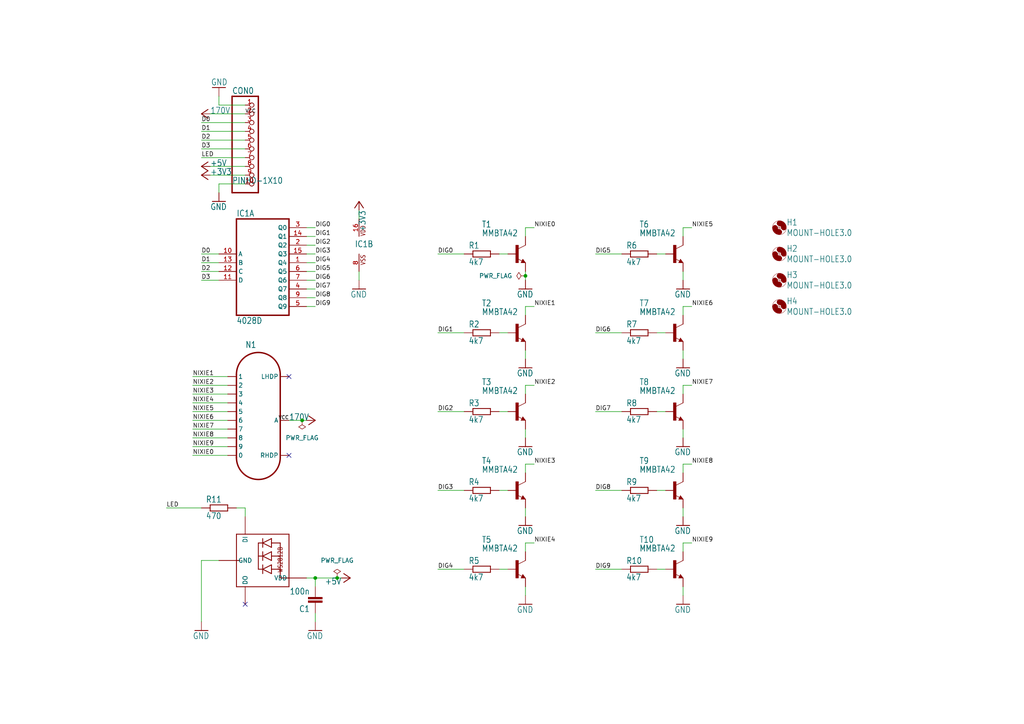
<source format=kicad_sch>
(kicad_sch (version 20231120) (generator "eeschema") (generator_version "8.0")
  (paper "A4")
  (lib_symbols
    (symbol "displayBoard-eagle-import:+3V3" (power)
      (symbol "+3V3_1_0"
        (polyline (pts (xy 0 0) (xy -1.27 -1.905)) (stroke (width 0.254)))
        (polyline (pts (xy 1.27 -1.905) (xy 0 0)) (stroke (width 0.254)))
        (pin power_in line (at 0 -2.54 90) (length 2.54) (name "+3V3") (number "1"))
      )
    )
    (symbol "displayBoard-eagle-import:+5V" (power)
      (symbol "+5V_1_0"
        (polyline (pts (xy 0 0) (xy -1.27 -1.905)) (stroke (width 0.254)))
        (polyline (pts (xy 1.27 -1.905) (xy 0 0)) (stroke (width 0.254)))
        (pin power_in line (at 0 -2.54 90) (length 2.54) (name "+5V") (number "1"))
      )
    )
    (symbol "displayBoard-eagle-import:-NPN-SOT23-BEC"
      (property "Reference" "T" (at -10.16 7.62 0))
      (symbol "-NPN-SOT23-BEC_1_0"
        (rectangle (start -0.254 -2.54) (end 0.508 2.54) (fill (type outline)))
        (polyline (pts (xy 1.27 -2.54) (xy 1.778 -1.524)) (stroke (width 0.1524)))
        (polyline (pts (xy 1.524 -2.413) (xy 2.286 -2.413)) (stroke (width 0.254)))
        (polyline (pts (xy 1.524 -2.286) (xy 1.905 -2.286)) (stroke (width 0.254)))
        (polyline (pts (xy 1.54 -2.04) (xy 0.308 -1.424)) (stroke (width 0.1524)))
        (polyline (pts (xy 1.778 -1.778) (xy 1.524 -2.286)) (stroke (width 0.254)))
        (polyline (pts (xy 1.778 -1.524) (xy 2.54 -2.54)) (stroke (width 0.1524)))
        (polyline (pts (xy 1.905 -2.286) (xy 1.778 -2.032)) (stroke (width 0.254)))
        (polyline (pts (xy 2.286 -2.413) (xy 1.778 -1.778)) (stroke (width 0.254)))
        (polyline (pts (xy 2.54 -2.54) (xy 1.27 -2.54)) (stroke (width 0.1524)))
        (polyline (pts (xy 2.54 2.54) (xy 0.508 1.524)) (stroke (width 0.1524)))
        (pin passive line (at -2.54 0 0) (length 2.54) (name "B") (number "B"))
        (pin passive line (at 2.54 5.08 270) (length 2.54) (name "C") (number "C"))
        (pin passive line (at 2.54 -5.08 90) (length 2.54) (name "E") (number "E"))
      )
    )
    (symbol "displayBoard-eagle-import:4028D"
      (property "Reference" "IC" (at -1.27 -0.635 0))
      (symbol "4028D_1_0"
        (polyline (pts (xy -7.62 -15.24) (xy 7.62 -15.24)) (stroke (width 0.4064)))
        (polyline (pts (xy -7.62 12.7) (xy -7.62 -15.24)) (stroke (width 0.4064)))
        (polyline (pts (xy 7.62 -15.24) (xy 7.62 12.7)) (stroke (width 0.4064)))
        (polyline (pts (xy 7.62 12.7) (xy -7.62 12.7)) (stroke (width 0.4064)))
        (pin output line (at 12.7 0 180) (length 5.08) (name "Q4") (number "1"))
        (pin input line (at -12.7 2.54 0) (length 5.08) (name "A") (number "10"))
        (pin input line (at -12.7 -5.08 0) (length 5.08) (name "D") (number "11"))
        (pin input line (at -12.7 -2.54 0) (length 5.08) (name "C") (number "12"))
        (pin input line (at -12.7 0 0) (length 5.08) (name "B") (number "13"))
        (pin output line (at 12.7 7.62 180) (length 5.08) (name "Q1") (number "14"))
        (pin output line (at 12.7 2.54 180) (length 5.08) (name "Q3") (number "15"))
        (pin output line (at 12.7 5.08 180) (length 5.08) (name "Q2") (number "2"))
        (pin output line (at 12.7 10.16 180) (length 5.08) (name "Q0") (number "3"))
        (pin output line (at 12.7 -7.62 180) (length 5.08) (name "Q7") (number "4"))
        (pin output line (at 12.7 -12.7 180) (length 5.08) (name "Q9") (number "5"))
        (pin output line (at 12.7 -2.54 180) (length 5.08) (name "Q5") (number "6"))
        (pin output line (at 12.7 -5.08 180) (length 5.08) (name "Q6") (number "7"))
        (pin output line (at 12.7 -10.16 180) (length 5.08) (name "Q8") (number "9"))
      )
      (symbol "4028D_2_0"
        (text "VDD" (at 1.905 2.54 900) (effects (font (size 1.27 1.0795)) (justify left bottom)))
        (text "VSS" (at 1.905 -5.842 900) (effects (font (size 1.27 1.0795)) (justify left bottom)))
        (pin power_in line (at 0 7.62 270) (length 5.08) (name "VDD") (number "16"))
        (pin power_in line (at 0 -7.62 90) (length 5.08) (name "VSS") (number "8"))
      )
    )
    (symbol "displayBoard-eagle-import:C-EUC0603"
      (property "Reference" "C" (at 1.524 0.381 0))
      (symbol "C-EUC0603_1_0"
        (rectangle (start -2.032 -2.032) (end 2.032 -1.524) (fill (type outline)))
        (rectangle (start -2.032 -1.016) (end 2.032 -0.508) (fill (type outline)))
        (polyline (pts (xy 0 -2.54) (xy 0 -2.032)) (stroke (width 0.1524)))
        (polyline (pts (xy 0 0) (xy 0 -0.508)) (stroke (width 0.1524)))
        (pin passive line (at 0 2.54 270) (length 2.54) (name "1") (number "1"))
        (pin passive line (at 0 -5.08 90) (length 2.54) (name "2") (number "2"))
      )
    )
    (symbol "displayBoard-eagle-import:GND" (power)
      (symbol "GND_1_0"
        (polyline (pts (xy -1.905 0) (xy 1.905 0)) (stroke (width 0.254)))
        (pin power_in line (at 0 2.54 270) (length 2.54) (name "GND") (number "1"))
      )
    )
    (symbol "displayBoard-eagle-import:IN-14"
      (property "Reference" "N" (at -2.54 18.415 0))
      (symbol "IN-14_1_0"
        (arc (start -5.08 -13.335) (mid 1.27 -19.685) (end 7.62 -13.335) (stroke (width 0.4064)))
        (polyline (pts (xy -5.08 -13.335) (xy -5.08 10.795)) (stroke (width 0.4064)))
        (polyline (pts (xy 7.62 -13.335) (xy 7.62 10.795)) (stroke (width 0.4064)))
        (arc (start 7.62 10.795) (mid 1.27 17.145) (end -5.08 10.795) (stroke (width 0.4064)))
        (pin bidirectional line (at -7.62 -12.7 0) (length 2.54) (name "0") (number "0"))
        (pin bidirectional line (at -7.62 10.16 0) (length 2.54) (name "1") (number "1"))
        (pin bidirectional line (at -7.62 7.62 0) (length 2.54) (name "2") (number "2"))
        (pin bidirectional line (at -7.62 5.08 0) (length 2.54) (name "3") (number "3"))
        (pin bidirectional line (at -7.62 2.54 0) (length 2.54) (name "4") (number "4"))
        (pin bidirectional line (at -7.62 0 0) (length 2.54) (name "5") (number "5"))
        (pin bidirectional line (at -7.62 -2.54 0) (length 2.54) (name "6") (number "6"))
        (pin bidirectional line (at -7.62 -5.08 0) (length 2.54) (name "7") (number "7"))
        (pin bidirectional line (at -7.62 -7.62 0) (length 2.54) (name "8") (number "8"))
        (pin bidirectional line (at -7.62 -10.16 0) (length 2.54) (name "9") (number "9"))
        (pin bidirectional line (at 10.16 -2.54 180) (length 2.54) (name "A") (number "A"))
        (pin bidirectional line (at 10.16 10.16 180) (length 2.54) (name "LHDP") (number "LHDP"))
        (pin bidirectional line (at 10.16 -12.7 180) (length 2.54) (name "RHDP") (number "RHDP"))
      )
    )
    (symbol "displayBoard-eagle-import:MOUNT-HOLE3.0"
      (property "Reference" "H" (at 2.032 0.5842 0))
      (symbol "MOUNT-HOLE3.0_1_0"
        (arc (start -1.27 0) (mid -0.898 -0.898) (end 0 -1.27) (stroke (width 1.524)))
        (polyline (pts (xy -0.508 0) (xy 0.508 0)) (stroke (width 0.0508)))
        (polyline (pts (xy 0 0.508) (xy 0 -0.508)) (stroke (width 0.0508)))
        (circle (center 0 0) (radius 0.508) (stroke (width 0.0508)))
        (circle (center 0 0) (radius 2.032) (stroke (width 0.0508)))
        (arc (start 1.27 0) (mid 0.898 0.898) (end 0 1.27) (stroke (width 1.524)))
      )
    )
    (symbol "displayBoard-eagle-import:PINHD-1X10"
      (property "Reference" "JP" (at -6.35 13.335 0))
      (symbol "PINHD-1X10_1_0"
        (polyline (pts (xy -6.35 -15.24) (xy 1.27 -15.24)) (stroke (width 0.4064)))
        (polyline (pts (xy -6.35 12.7) (xy -6.35 -15.24)) (stroke (width 0.4064)))
        (polyline (pts (xy 1.27 -15.24) (xy 1.27 12.7)) (stroke (width 0.4064)))
        (polyline (pts (xy 1.27 12.7) (xy -6.35 12.7)) (stroke (width 0.4064)))
        (pin passive inverted (at -2.54 10.16 0) (length 2.54) (name "1") (number "1"))
        (pin passive inverted (at -2.54 -12.7 0) (length 2.54) (name "10") (number "10"))
        (pin passive inverted (at -2.54 7.62 0) (length 2.54) (name "2") (number "2"))
        (pin passive inverted (at -2.54 5.08 0) (length 2.54) (name "3") (number "3"))
        (pin passive inverted (at -2.54 2.54 0) (length 2.54) (name "4") (number "4"))
        (pin passive inverted (at -2.54 0 0) (length 2.54) (name "5") (number "5"))
        (pin passive inverted (at -2.54 -2.54 0) (length 2.54) (name "6") (number "6"))
        (pin passive inverted (at -2.54 -5.08 0) (length 2.54) (name "7") (number "7"))
        (pin passive inverted (at -2.54 -7.62 0) (length 2.54) (name "8") (number "8"))
        (pin passive inverted (at -2.54 -10.16 0) (length 2.54) (name "9") (number "9"))
      )
    )
    (symbol "displayBoard-eagle-import:R-EU_R0603"
      (property "Reference" "R" (at -3.81 1.4986 0))
      (symbol "R-EU_R0603_1_0"
        (polyline (pts (xy -2.54 -0.889) (xy -2.54 0.889)) (stroke (width 0.254)))
        (polyline (pts (xy -2.54 -0.889) (xy 2.54 -0.889)) (stroke (width 0.254)))
        (polyline (pts (xy 2.54 -0.889) (xy 2.54 0.889)) (stroke (width 0.254)))
        (polyline (pts (xy 2.54 0.889) (xy -2.54 0.889)) (stroke (width 0.254)))
        (pin passive line (at -5.08 0 0) (length 2.54) (name "1") (number "1"))
        (pin passive line (at 5.08 0 180) (length 2.54) (name "2") (number "2"))
      )
    )
    (symbol "displayBoard-eagle-import:VCC" (power)
      (symbol "VCC_1_0"
        (polyline (pts (xy 0 0) (xy -1.27 -1.905)) (stroke (width 0.254)))
        (polyline (pts (xy 1.27 -1.905) (xy 0 0)) (stroke (width 0.254)))
        (pin power_in line (at 0 -2.54 90) (length 2.54) (name "VCC") (number "1"))
      )
    )
    (symbol "displayBoard-eagle-import:WS2812B_5050N"
      (symbol "WS2812B_5050N_1_0"
        (polyline (pts (xy -7.62 -5.08) (xy 0 -5.08)) (stroke (width 0.254)))
        (polyline (pts (xy -7.62 -2.54) (xy -7.62 -5.08)) (stroke (width 0.254)))
        (polyline (pts (xy -7.62 10.16) (xy -7.62 -2.54)) (stroke (width 0.254)))
        (polyline (pts (xy -6.35 2.54) (xy -5.08 2.54)) (stroke (width 0.254)))
        (polyline (pts (xy -6.35 5.08) (xy -5.08 5.08)) (stroke (width 0.254)))
        (polyline (pts (xy -5.08 2.54) (xy -6.35 5.08)) (stroke (width 0.254)))
        (polyline (pts (xy -5.08 2.54) (xy -5.08 1.27)) (stroke (width 0.254)))
        (polyline (pts (xy -5.08 2.54) (xy -3.81 5.08)) (stroke (width 0.254)))
        (polyline (pts (xy -5.08 5.08) (xy -3.81 5.08)) (stroke (width 0.254)))
        (polyline (pts (xy -5.08 7.62) (xy -5.08 5.08)) (stroke (width 0.254)))
        (polyline (pts (xy -3.81 2.54) (xy -5.08 2.54)) (stroke (width 0.254)))
        (polyline (pts (xy -2.54 2.54) (xy -1.27 2.54)) (stroke (width 0.254)))
        (polyline (pts (xy -2.54 5.08) (xy 0 5.08)) (stroke (width 0.254)))
        (polyline (pts (xy -1.27 1.27) (xy -5.08 1.27)) (stroke (width 0.254)))
        (polyline (pts (xy -1.27 2.54) (xy -2.54 5.08)) (stroke (width 0.254)))
        (polyline (pts (xy -1.27 2.54) (xy -1.27 1.27)) (stroke (width 0.254)))
        (polyline (pts (xy -1.27 2.54) (xy 0 2.54)) (stroke (width 0.254)))
        (polyline (pts (xy -1.27 5.08) (xy -1.27 7.62)) (stroke (width 0.254)))
        (polyline (pts (xy -1.27 7.62) (xy -5.08 7.62)) (stroke (width 0.254)))
        (polyline (pts (xy 0 -5.08) (xy 7.62 -5.08)) (stroke (width 0.254)))
        (polyline (pts (xy 0 -4.064) (xy 0 -5.08)) (stroke (width 0.254)))
        (polyline (pts (xy 0 5.08) (xy -1.27 2.54)) (stroke (width 0.254)))
        (polyline (pts (xy 1.27 5.08) (xy 2.54 2.54)) (stroke (width 0.254)))
        (polyline (pts (xy 1.27 5.08) (xy 2.54 5.08)) (stroke (width 0.254)))
        (polyline (pts (xy 2.54 1.27) (xy -1.27 1.27)) (stroke (width 0.254)))
        (polyline (pts (xy 2.54 2.54) (xy 1.27 2.54)) (stroke (width 0.254)))
        (polyline (pts (xy 2.54 2.54) (xy 2.54 1.27)) (stroke (width 0.254)))
        (polyline (pts (xy 2.54 2.54) (xy 3.81 2.54)) (stroke (width 0.254)))
        (polyline (pts (xy 2.54 2.54) (xy 3.81 5.08)) (stroke (width 0.254)))
        (polyline (pts (xy 2.54 5.08) (xy 2.54 7.62)) (stroke (width 0.254)))
        (polyline (pts (xy 2.54 7.62) (xy -1.27 7.62)) (stroke (width 0.254)))
        (polyline (pts (xy 2.54 7.62) (xy 5.08 7.62)) (stroke (width 0.254)))
        (polyline (pts (xy 3.81 5.08) (xy 2.54 5.08)) (stroke (width 0.254)))
        (polyline (pts (xy 5.08 10.16) (xy -7.62 10.16)) (stroke (width 0.254)))
        (polyline (pts (xy 5.08 10.16) (xy 5.08 7.62)) (stroke (width 0.254)))
        (polyline (pts (xy 7.62 -5.08) (xy 7.62 -2.54)) (stroke (width 0.254)))
        (polyline (pts (xy 7.62 -2.54) (xy 7.62 10.16)) (stroke (width 0.254)))
        (polyline (pts (xy 7.62 10.16) (xy 5.08 10.16)) (stroke (width 0.254)))
        (text "WS2812B" (at -4.064 8.382 0) (effects (font (size 1.27 1.0795)) (justify left bottom)))
        (pin power_in line (at 5.08 15.24 270) (length 5.08) (name "VDD") (number "1-VDD"))
        (pin output line (at 12.7 -2.54 180) (length 5.08) (name "DO") (number "2-DOUT"))
        (pin power_in line (at 0 -10.16 90) (length 5.08) (name "GND") (number "3-GND"))
        (pin input line (at -12.7 -2.54 0) (length 5.08) (name "DI") (number "4-DIN"))
      )
    )
    (symbol "power:PWR_FLAG" (power) (pin_numbers hide) (pin_names (offset 0) hide)
      (property "Value" "PWR_FLAG" (at 0 3.81 0))
      (symbol "PWR_FLAG_0_0"
        (pin power_out line (at 0 0 90) (length 0) (name "~") (number "1"))
      )
      (symbol "PWR_FLAG_0_1"
        (polyline (pts (xy 0 0) (xy 0 1.27) (xy -1.016 1.905) (xy 0 2.54) (xy 1.016 1.905) (xy 0 1.27)))
      )
    )
  )
  (junction (at 152.4 80.01))
  (junction (at 97.79 167.64))
  (junction (at 87.63 121.92))
  (junction (at 91.44 167.64))
  (no_connect (at 83.82 109.22))
  (no_connect (at 71.12 175.26))
  (no_connect (at 83.82 132.08))
  (wire (pts (xy 190.5 142.24) (xy 193.04 142.24)) (stroke (width 0.1524)))
  (wire (pts (xy 134.62 96.52) (xy 127 96.52)) (stroke (width 0.1524)))
  (wire (pts (xy 180.34 119.38) (xy 172.72 119.38)) (stroke (width 0.1524)))
  (wire (pts (xy 66.04 119.38) (xy 55.88 119.38)) (stroke (width 0.1524)))
  (wire (pts (xy 198.12 160.02) (xy 198.12 157.48)) (stroke (width 0.1524)))
  (wire (pts (xy 66.04 124.46) (xy 55.88 124.46)) (stroke (width 0.1524)))
  (wire (pts (xy 88.9 71.12) (xy 91.44 71.12)) (stroke (width 0.1524)))
  (wire (pts (xy 88.9 68.58) (xy 91.44 68.58)) (stroke (width 0.1524)))
  (wire (pts (xy 66.04 129.54) (xy 55.88 129.54)) (stroke (width 0.1524)))
  (wire (pts (xy 134.62 165.1) (xy 127 165.1)) (stroke (width 0.1524)))
  (wire (pts (xy 198.12 91.44) (xy 198.12 88.9)) (stroke (width 0.1524)))
  (wire (pts (xy 71.12 50.8) (xy 60.96 50.8)) (stroke (width 0.1524)))
  (wire (pts (xy 152.4 157.48) (xy 154.94 157.48)) (stroke (width 0.1524)))
  (wire (pts (xy 190.5 73.66) (xy 193.04 73.66)) (stroke (width 0.1524)))
  (wire (pts (xy 144.78 73.66) (xy 147.32 73.66)) (stroke (width 0.1524)))
  (wire (pts (xy 71.12 147.32) (xy 71.12 149.86)) (stroke (width 0.1524)))
  (wire (pts (xy 144.78 165.1) (xy 147.32 165.1)) (stroke (width 0.1524)))
  (wire (pts (xy 198.12 81.28) (xy 198.12 78.74)) (stroke (width 0.1524)))
  (wire (pts (xy 198.12 68.58) (xy 198.12 66.04)) (stroke (width 0.1524)))
  (wire (pts (xy 144.78 119.38) (xy 147.32 119.38)) (stroke (width 0.1524)))
  (wire (pts (xy 180.34 96.52) (xy 172.72 96.52)) (stroke (width 0.1524)))
  (wire (pts (xy 198.12 134.62) (xy 200.66 134.62)) (stroke (width 0.1524)))
  (wire (pts (xy 66.04 109.22) (xy 55.88 109.22)) (stroke (width 0.1524)))
  (wire (pts (xy 88.9 76.2) (xy 91.44 76.2)) (stroke (width 0.1524)))
  (wire (pts (xy 88.9 86.36) (xy 91.44 86.36)) (stroke (width 0.1524)))
  (wire (pts (xy 63.5 162.56) (xy 58.42 162.56)) (stroke (width 0.1524)))
  (wire (pts (xy 180.34 73.66) (xy 172.72 73.66)) (stroke (width 0.1524)))
  (wire (pts (xy 66.04 111.76) (xy 55.88 111.76)) (stroke (width 0.1524)))
  (wire (pts (xy 91.44 170.18) (xy 91.44 167.64)) (stroke (width 0.1524)))
  (wire (pts (xy 58.42 147.32) (xy 48.26 147.32)) (stroke (width 0.1524)))
  (wire (pts (xy 134.62 119.38) (xy 127 119.38)) (stroke (width 0.1524)))
  (wire (pts (xy 190.5 119.38) (xy 193.04 119.38)) (stroke (width 0.1524)))
  (wire (pts (xy 88.9 83.82) (xy 91.44 83.82)) (stroke (width 0.1524)))
  (wire (pts (xy 198.12 137.16) (xy 198.12 134.62)) (stroke (width 0.1524)))
  (wire (pts (xy 152.4 81.28) (xy 152.4 80.01)) (stroke (width 0.1524)))
  (wire (pts (xy 83.82 121.92) (xy 87.63 121.92)) (stroke (width 0.1524)))
  (wire (pts (xy 152.4 134.62) (xy 154.94 134.62)) (stroke (width 0.1524)))
  (wire (pts (xy 66.04 114.3) (xy 55.88 114.3)) (stroke (width 0.1524)))
  (wire (pts (xy 91.44 180.34) (xy 91.44 177.8)) (stroke (width 0.1524)))
  (wire (pts (xy 104.14 60.96) (xy 104.14 63.5)) (stroke (width 0.1524)))
  (wire (pts (xy 198.12 88.9) (xy 200.66 88.9)) (stroke (width 0.1524)))
  (wire (pts (xy 152.4 80.01) (xy 152.4 78.74)) (stroke (width 0.1524)))
  (wire (pts (xy 88.9 88.9) (xy 91.44 88.9)) (stroke (width 0.1524)))
  (wire (pts (xy 87.63 121.92) (xy 88.9 121.92)) (stroke (width 0.1524)))
  (wire (pts (xy 152.4 111.76) (xy 154.94 111.76)) (stroke (width 0.1524)))
  (wire (pts (xy 198.12 149.86) (xy 198.12 147.32)) (stroke (width 0.1524)))
  (wire (pts (xy 144.78 96.52) (xy 147.32 96.52)) (stroke (width 0.1524)))
  (wire (pts (xy 180.34 165.1) (xy 172.72 165.1)) (stroke (width 0.1524)))
  (wire (pts (xy 88.9 81.28) (xy 91.44 81.28)) (stroke (width 0.1524)))
  (wire (pts (xy 152.4 91.44) (xy 152.4 88.9)) (stroke (width 0.1524)))
  (wire (pts (xy 152.4 127) (xy 152.4 124.46)) (stroke (width 0.1524)))
  (wire (pts (xy 60.96 48.26) (xy 71.12 48.26)) (stroke (width 0.1524)))
  (wire (pts (xy 152.4 104.14) (xy 152.4 101.6)) (stroke (width 0.1524)))
  (wire (pts (xy 198.12 157.48) (xy 200.66 157.48)) (stroke (width 0.1524)))
  (wire (pts (xy 99.06 167.64) (xy 97.79 167.64)) (stroke (width 0.1524)))
  (wire (pts (xy 152.4 66.04) (xy 154.94 66.04)) (stroke (width 0.1524)))
  (wire (pts (xy 134.62 142.24) (xy 127 142.24)) (stroke (width 0.1524)))
  (wire (pts (xy 198.12 66.04) (xy 200.66 66.04)) (stroke (width 0.1524)))
  (wire (pts (xy 71.12 53.34) (xy 63.5 53.34)) (stroke (width 0.1524)))
  (wire (pts (xy 152.4 172.72) (xy 152.4 170.18)) (stroke (width 0.1524)))
  (wire (pts (xy 152.4 137.16) (xy 152.4 134.62)) (stroke (width 0.1524)))
  (wire (pts (xy 180.34 142.24) (xy 172.72 142.24)) (stroke (width 0.1524)))
  (wire (pts (xy 88.9 66.04) (xy 91.44 66.04)) (stroke (width 0.1524)))
  (wire (pts (xy 71.12 40.64) (xy 58.42 40.64)) (stroke (width 0.1524)))
  (wire (pts (xy 198.12 127) (xy 198.12 124.46)) (stroke (width 0.1524)))
  (wire (pts (xy 198.12 104.14) (xy 198.12 101.6)) (stroke (width 0.1524)))
  (wire (pts (xy 71.12 33.02) (xy 60.96 33.02)) (stroke (width 0.1524)))
  (wire (pts (xy 198.12 114.3) (xy 198.12 111.76)) (stroke (width 0.1524)))
  (wire (pts (xy 68.58 147.32) (xy 71.12 147.32)) (stroke (width 0.1524)))
  (wire (pts (xy 66.04 121.92) (xy 55.88 121.92)) (stroke (width 0.1524)))
  (wire (pts (xy 66.04 132.08) (xy 55.88 132.08)) (stroke (width 0.1524)))
  (wire (pts (xy 71.12 38.1) (xy 58.42 38.1)) (stroke (width 0.1524)))
  (wire (pts (xy 190.5 96.52) (xy 193.04 96.52)) (stroke (width 0.1524)))
  (wire (pts (xy 63.5 81.28) (xy 58.42 81.28)) (stroke (width 0.1524)))
  (wire (pts (xy 71.12 30.48) (xy 63.5 30.48)) (stroke (width 0.1524)))
  (wire (pts (xy 190.5 165.1) (xy 193.04 165.1)) (stroke (width 0.1524)))
  (wire (pts (xy 63.5 78.74) (xy 58.42 78.74)) (stroke (width 0.1524)))
  (wire (pts (xy 88.9 78.74) (xy 91.44 78.74)) (stroke (width 0.1524)))
  (wire (pts (xy 91.44 167.64) (xy 88.9 167.64)) (stroke (width 0.1524)))
  (wire (pts (xy 66.04 127) (xy 55.88 127)) (stroke (width 0.1524)))
  (wire (pts (xy 88.9 73.66) (xy 91.44 73.66)) (stroke (width 0.1524)))
  (wire (pts (xy 198.12 111.76) (xy 200.66 111.76)) (stroke (width 0.1524)))
  (wire (pts (xy 152.4 114.3) (xy 152.4 111.76)) (stroke (width 0.1524)))
  (wire (pts (xy 134.62 73.66) (xy 127 73.66)) (stroke (width 0.1524)))
  (wire (pts (xy 63.5 73.66) (xy 58.42 73.66)) (stroke (width 0.1524)))
  (wire (pts (xy 97.79 167.64) (xy 91.44 167.64)) (stroke (width 0.1524)))
  (wire (pts (xy 152.4 88.9) (xy 154.94 88.9)) (stroke (width 0.1524)))
  (wire (pts (xy 63.5 30.48) (xy 63.5 27.94)) (stroke (width 0.1524)))
  (wire (pts (xy 58.42 162.56) (xy 58.42 180.34)) (stroke (width 0.1524)))
  (wire (pts (xy 104.14 81.28) (xy 104.14 78.74)) (stroke (width 0.1524)))
  (wire (pts (xy 63.5 53.34) (xy 63.5 55.88)) (stroke (width 0.1524)))
  (wire (pts (xy 71.12 43.18) (xy 58.42 43.18)) (stroke (width 0.1524)))
  (wire (pts (xy 152.4 68.58) (xy 152.4 66.04)) (stroke (width 0.1524)))
  (wire (pts (xy 198.12 172.72) (xy 198.12 170.18)) (stroke (width 0.1524)))
  (wire (pts (xy 144.78 142.24) (xy 147.32 142.24)) (stroke (width 0.1524)))
  (wire (pts (xy 66.04 116.84) (xy 55.88 116.84)) (stroke (width 0.1524)))
  (wire (pts (xy 152.4 149.86) (xy 152.4 147.32)) (stroke (width 0.1524)))
  (wire (pts (xy 71.12 35.56) (xy 58.42 35.56)) (stroke (width 0.1524)))
  (wire (pts (xy 71.12 45.72) (xy 58.42 45.72)) (stroke (width 0.1524)))
  (wire (pts (xy 63.5 76.2) (xy 58.42 76.2)) (stroke (width 0.1524)))
  (wire (pts (xy 152.4 160.02) (xy 152.4 157.48)) (stroke (width 0.1524)))
  (label "NIXIE8" (at 200.66 134.62 0) (effects (font (size 1.2446 1.2446))))
  (label "NIXIE8" (at 55.88 127 0) (effects (font (size 1.2446 1.2446))))
  (label "NIXIE7" (at 200.66 111.76 0) (effects (font (size 1.2446 1.2446))))
  (label "NIXIE1" (at 154.94 88.9 0) (effects (font (size 1.2446 1.2446))))
  (label "NIXIE7" (at 55.88 124.46 0) (effects (font (size 1.2446 1.2446))))
  (label "NIXIE2" (at 154.94 111.76 0) (effects (font (size 1.2446 1.2446))))
  (label "NIXIE2" (at 55.88 111.76 0) (effects (font (size 1.2446 1.2446))))
  (label "DIG5" (at 91.44 78.74 0) (effects (font (size 1.2446 1.2446))))
  (label "NIXIE0" (at 55.88 132.08 0) (effects (font (size 1.2446 1.2446))))
  (label "DIG3" (at 127 142.24 0) (effects (font (size 1.2446 1.2446))))
  (label "NIXIE3" (at 154.94 134.62 0) (effects (font (size 1.2446 1.2446))))
  (label "NIXIE3" (at 55.88 114.3 0) (effects (font (size 1.2446 1.2446))))
  (label "DIG9" (at 91.44 88.9 0) (effects (font (size 1.2446 1.2446))))
  (label "D1" (at 58.42 76.2 0) (effects (font (size 1.2446 1.2446))))
  (label "NIXIE9" (at 200.66 157.48 0) (effects (font (size 1.2446 1.2446))))
  (label "VCC" (at 71.12 33.02 0) (effects (font (size 1.016 1.016))))
  (label "DIG8" (at 172.72 142.24 0) (effects (font (size 1.2446 1.2446))))
  (label "DIG5" (at 172.72 73.66 0) (effects (font (size 1.2446 1.2446))))
  (label "DIG4" (at 91.44 76.2 0) (effects (font (size 1.2446 1.2446))))
  (label "NIXIE6" (at 55.88 121.92 0) (effects (font (size 1.2446 1.2446))))
  (label "DIG0" (at 91.44 66.04 0) (effects (font (size 1.2446 1.2446))))
  (label "DIG2" (at 91.44 71.12 0) (effects (font (size 1.2446 1.2446))))
  (label "DIG9" (at 172.72 165.1 0) (effects (font (size 1.2446 1.2446))))
  (label "NIXIE0" (at 154.94 66.04 0) (effects (font (size 1.2446 1.2446))))
  (label "DIG3" (at 91.44 73.66 0) (effects (font (size 1.2446 1.2446))))
  (label "DIG8" (at 91.44 86.36 0) (effects (font (size 1.2446 1.2446))))
  (label "NIXIE6" (at 200.66 88.9 0) (effects (font (size 1.2446 1.2446))))
  (label "NIXIE9" (at 55.88 129.54 0) (effects (font (size 1.2446 1.2446))))
  (label "NIXIE4" (at 154.94 157.48 0) (effects (font (size 1.2446 1.2446))))
  (label "NIXIE5" (at 200.66 66.04 0) (effects (font (size 1.2446 1.2446))))
  (label "DIG6" (at 172.72 96.52 0) (effects (font (size 1.2446 1.2446))))
  (label "D3" (at 58.42 81.28 0) (effects (font (size 1.2446 1.2446))))
  (label "DIG6" (at 91.44 81.28 0) (effects (font (size 1.2446 1.2446))))
  (label "D1" (at 58.42 38.1 0) (effects (font (size 1.2446 1.2446))))
  (label "DIG1" (at 127 96.52 0) (effects (font (size 1.2446 1.2446))))
  (label "D0" (at 58.42 35.56 0) (effects (font (size 1.2446 1.2446))))
  (label "LED" (at 58.42 45.72 0) (effects (font (size 1.2446 1.2446))))
  (label "LED" (at 48.26 147.32 0) (effects (font (size 1.2446 1.2446))))
  (label "VCC" (at 83.82 121.92 180) (effects (font (size 1.016 1.016))))
  (label "D2" (at 58.42 40.64 0) (effects (font (size 1.2446 1.2446))))
  (label "DIG7" (at 172.72 119.38 0) (effects (font (size 1.2446 1.2446))))
  (label "D2" (at 58.42 78.74 0) (effects (font (size 1.2446 1.2446))))
  (label "DIG7" (at 91.44 83.82 0) (effects (font (size 1.2446 1.2446))))
  (label "NIXIE1" (at 55.88 109.22 0) (effects (font (size 1.2446 1.2446))))
  (label "DIG0" (at 127 73.66 0) (effects (font (size 1.2446 1.2446))))
  (label "D0" (at 58.42 73.66 0) (effects (font (size 1.2446 1.2446))))
  (label "D3" (at 58.42 43.18 0) (effects (font (size 1.2446 1.2446))))
  (label "DIG1" (at 91.44 68.58 0) (effects (font (size 1.2446 1.2446))))
  (label "DIG2" (at 127 119.38 0) (effects (font (size 1.2446 1.2446))))
  (label "NIXIE4" (at 55.88 116.84 0) (effects (font (size 1.2446 1.2446))))
  (label "NIXIE5" (at 55.88 119.38 0) (effects (font (size 1.2446 1.2446))))
  (label "DIG4" (at 127 165.1 0) (effects (font (size 1.2446 1.2446))))
  (symbol (lib_id "displayBoard-eagle-import:GND") (at 152.4 175.26 0) (unit 1)
    (property "Reference" "#GND05" (effects (hide yes)))
    (property "Value" "GND" (at 149.86 177.8 0) (effects (font (size 1.778 1.5113)) (justify left bottom)))
  )
  (symbol (lib_id "displayBoard-eagle-import:C-EUC0603") (at 91.44 175.26 180) (unit 1)
    (property "Reference" "C1" (at 89.916 175.641 0) (effects (font (size 1.778 1.5113)) (justify left bottom)))
    (property "Value" "100n" (at 89.916 170.561 0) (effects (font (size 1.778 1.5113)) (justify left bottom)))
    (property "Footprint" "displayBoard:C0603" (effects (hide yes)))
  )
  (symbol (lib_id "displayBoard-eagle-import:-NPN-SOT23-BEC") (at 195.58 165.1 0) (unit 1)
    (property "Reference" "T10" (at 185.42 157.48 0) (effects (font (size 1.778 1.5113)) (justify left bottom)))
    (property "Value" "MMBTA42" (at 185.42 160.02 0) (effects (font (size 1.778 1.5113)) (justify left bottom)))
    (property "Footprint" "displayBoard:SOT23-BEC" (effects (hide yes)))
  )
  (symbol (lib_id "displayBoard-eagle-import:MOUNT-HOLE3.0") (at 226.06 66.04 0) (unit 1)
    (property "Reference" "H1" (at 228.092 65.4558 0) (effects (font (size 1.778 1.5113)) (justify left bottom)))
    (property "Value" "MOUNT-HOLE3.0" (at 228.092 68.5038 0) (effects (font (size 1.778 1.5113)) (justify left bottom)))
    (property "Footprint" "displayBoard:3,0" (effects (hide yes)))
  )
  (symbol (lib_id "displayBoard-eagle-import:GND") (at 152.4 83.82 0) (unit 1)
    (property "Reference" "#GND01" (effects (hide yes)))
    (property "Value" "GND" (at 149.86 86.36 0) (effects (font (size 1.778 1.5113)) (justify left bottom)))
  )
  (symbol (lib_id "displayBoard-eagle-import:MOUNT-HOLE3.0") (at 226.06 73.66 0) (unit 1)
    (property "Reference" "H2" (at 228.092 73.0758 0) (effects (font (size 1.778 1.5113)) (justify left bottom)))
    (property "Value" "MOUNT-HOLE3.0" (at 228.092 76.1238 0) (effects (font (size 1.778 1.5113)) (justify left bottom)))
    (property "Footprint" "displayBoard:3,0" (effects (hide yes)))
  )
  (symbol (lib_id "displayBoard-eagle-import:R-EU_R0603") (at 63.5 147.32 0) (unit 1)
    (property "Reference" "R11" (at 59.69 145.8214 0) (effects (font (size 1.778 1.5113)) (justify left bottom)))
    (property "Value" "470" (at 59.69 150.622 0) (effects (font (size 1.778 1.5113)) (justify left bottom)))
    (property "Footprint" "displayBoard:R0603" (effects (hide yes)))
  )
  (symbol (lib_id "displayBoard-eagle-import:GND") (at 152.4 129.54 0) (unit 1)
    (property "Reference" "#GND03" (effects (hide yes)))
    (property "Value" "GND" (at 149.86 132.08 0) (effects (font (size 1.778 1.5113)) (justify left bottom)))
  )
  (symbol (lib_id "displayBoard-eagle-import:GND") (at 198.12 83.82 0) (unit 1)
    (property "Reference" "#GND06" (effects (hide yes)))
    (property "Value" "GND" (at 195.58 86.36 0) (effects (font (size 1.778 1.5113)) (justify left bottom)))
  )
  (symbol (lib_id "displayBoard-eagle-import:GND") (at 63.5 58.42 0) (unit 1)
    (property "Reference" "#GND026" (effects (hide yes)))
    (property "Value" "GND" (at 60.96 60.96 0) (effects (font (size 1.778 1.5113)) (justify left bottom)))
  )
  (symbol (lib_id "displayBoard-eagle-import:-NPN-SOT23-BEC") (at 149.86 165.1 0) (unit 1)
    (property "Reference" "T5" (at 139.7 157.48 0) (effects (font (size 1.778 1.5113)) (justify left bottom)))
    (property "Value" "MMBTA42" (at 139.7 160.02 0) (effects (font (size 1.778 1.5113)) (justify left bottom)))
    (property "Footprint" "displayBoard:SOT23-BEC" (effects (hide yes)))
  )
  (symbol (lib_id "displayBoard-eagle-import:GND") (at 58.42 182.88 0) (unit 1)
    (property "Reference" "#GND011" (effects (hide yes)))
    (property "Value" "GND" (at 55.88 185.42 0) (effects (font (size 1.778 1.5113)) (justify left bottom)))
  )
  (symbol (lib_id "displayBoard-eagle-import:-NPN-SOT23-BEC") (at 195.58 142.24 0) (unit 1)
    (property "Reference" "T9" (at 185.42 134.62 0) (effects (font (size 1.778 1.5113)) (justify left bottom)))
    (property "Value" "MMBTA42" (at 185.42 137.16 0) (effects (font (size 1.778 1.5113)) (justify left bottom)))
    (property "Footprint" "displayBoard:SOT23-BEC" (effects (hide yes)))
  )
  (symbol (lib_id "displayBoard-eagle-import:MOUNT-HOLE3.0") (at 226.06 81.28 0) (unit 1)
    (property "Reference" "H3" (at 228.092 80.6958 0) (effects (font (size 1.778 1.5113)) (justify left bottom)))
    (property "Value" "MOUNT-HOLE3.0" (at 228.092 83.7438 0) (effects (font (size 1.778 1.5113)) (justify left bottom)))
    (property "Footprint" "displayBoard:3,0" (effects (hide yes)))
  )
  (symbol (lib_id "displayBoard-eagle-import:MOUNT-HOLE3.0") (at 226.06 88.9 0) (unit 1)
    (property "Reference" "H4" (at 228.092 88.3158 0) (effects (font (size 1.778 1.5113)) (justify left bottom)))
    (property "Value" "MOUNT-HOLE3.0" (at 228.092 91.3638 0) (effects (font (size 1.778 1.5113)) (justify left bottom)))
    (property "Footprint" "displayBoard:3,0" (effects (hide yes)))
  )
  (symbol (lib_id "power:PWR_FLAG") (at 87.63 121.92 180) (unit 1)
    (property "Reference" "#FLG02" (effects (hide yes)))
    (property "Value" "PWR_FLAG" (at 87.63 127 0))
    (property "Description" "Special symbol for telling ERC where power comes from" (effects (hide yes)))
  )
  (symbol (lib_id "displayBoard-eagle-import:VCC") (at 58.42 33.02 90) (unit 1)
    (property "Reference" "#P+06" (effects (hide yes)))
    (property "Value" "170V" (at 60.96 33.02 90) (effects (font (size 1.778 1.5113)) (justify right top)))
  )
  (symbol (lib_id "displayBoard-eagle-import:4028D") (at 76.2 76.2 0) (unit 1)
    (property "Reference" "IC1" (at 68.58 62.865 0) (effects (font (size 1.778 1.5113)) (justify left bottom)))
    (property "Value" "4028D" (at 68.58 93.98 0) (effects (font (size 1.778 1.5113)) (justify left bottom)))
    (property "Footprint" "displayBoard:SO16" (effects (hide yes)))
  )
  (symbol (lib_id "displayBoard-eagle-import:R-EU_R0603") (at 185.42 142.24 0) (unit 1)
    (property "Reference" "R9" (at 181.61 140.7414 0) (effects (font (size 1.778 1.5113)) (justify left bottom)))
    (property "Value" "4k7" (at 181.61 145.542 0) (effects (font (size 1.778 1.5113)) (justify left bottom)))
    (property "Footprint" "displayBoard:R0603" (effects (hide yes)))
  )
  (symbol (lib_id "displayBoard-eagle-import:GND") (at 198.12 129.54 0) (unit 1)
    (property "Reference" "#GND08" (effects (hide yes)))
    (property "Value" "GND" (at 195.58 132.08 0) (effects (font (size 1.778 1.5113)) (justify left bottom)))
  )
  (symbol (lib_id "displayBoard-eagle-import:-NPN-SOT23-BEC") (at 195.58 73.66 0) (unit 1)
    (property "Reference" "T6" (at 185.42 66.04 0) (effects (font (size 1.778 1.5113)) (justify left bottom)))
    (property "Value" "MMBTA42" (at 185.42 68.58 0) (effects (font (size 1.778 1.5113)) (justify left bottom)))
    (property "Footprint" "displayBoard:SOT23-BEC" (effects (hide yes)))
  )
  (symbol (lib_id "displayBoard-eagle-import:VCC") (at 91.44 121.92 270) (unit 1)
    (property "Reference" "#P+02" (effects (hide yes)))
    (property "Value" "170V" (at 83.82 121.92 90) (effects (font (size 1.778 1.5113)) (justify left bottom)))
  )
  (symbol (lib_id "displayBoard-eagle-import:+5V") (at 101.6 167.64 270) (unit 1)
    (property "Reference" "#P+01" (effects (hide yes)))
    (property "Value" "+5V" (at 99.06 167.64 90) (effects (font (size 1.778 1.5113)) (justify right top)))
  )
  (symbol (lib_id "displayBoard-eagle-import:GND") (at 104.14 83.82 0) (unit 1)
    (property "Reference" "#GND013" (effects (hide yes)))
    (property "Value" "GND" (at 101.6 86.36 0) (effects (font (size 1.778 1.5113)) (justify left bottom)))
  )
  (symbol (lib_id "displayBoard-eagle-import:R-EU_R0603") (at 185.42 73.66 0) (unit 1)
    (property "Reference" "R6" (at 181.61 72.1614 0) (effects (font (size 1.778 1.5113)) (justify left bottom)))
    (property "Value" "4k7" (at 181.61 76.962 0) (effects (font (size 1.778 1.5113)) (justify left bottom)))
    (property "Footprint" "displayBoard:R0603" (effects (hide yes)))
  )
  (symbol (lib_id "displayBoard-eagle-import:GND") (at 198.12 106.68 0) (unit 1)
    (property "Reference" "#GND07" (effects (hide yes)))
    (property "Value" "GND" (at 195.58 109.22 0) (effects (font (size 1.778 1.5113)) (justify left bottom)))
  )
  (symbol (lib_id "displayBoard-eagle-import:GND") (at 152.4 106.68 0) (unit 1)
    (property "Reference" "#GND02" (effects (hide yes)))
    (property "Value" "GND" (at 149.86 109.22 0) (effects (font (size 1.778 1.5113)) (justify left bottom)))
  )
  (symbol (lib_id "displayBoard-eagle-import:GND") (at 63.5 25.4 180) (unit 1)
    (property "Reference" "#GND025" (effects (hide yes)))
    (property "Value" "GND" (at 66.04 22.86 0) (effects (font (size 1.778 1.5113)) (justify left bottom)))
  )
  (symbol (lib_id "displayBoard-eagle-import:GND") (at 198.12 175.26 0) (unit 1)
    (property "Reference" "#GND010" (effects (hide yes)))
    (property "Value" "GND" (at 195.58 177.8 0) (effects (font (size 1.778 1.5113)) (justify left bottom)))
  )
  (symbol (lib_id "displayBoard-eagle-import:-NPN-SOT23-BEC") (at 149.86 142.24 0) (unit 1)
    (property "Reference" "T4" (at 139.7 134.62 0) (effects (font (size 1.778 1.5113)) (justify left bottom)))
    (property "Value" "MMBTA42" (at 139.7 137.16 0) (effects (font (size 1.778 1.5113)) (justify left bottom)))
    (property "Footprint" "displayBoard:SOT23-BEC" (effects (hide yes)))
  )
  (symbol (lib_id "displayBoard-eagle-import:R-EU_R0603") (at 139.7 165.1 0) (unit 1)
    (property "Reference" "R5" (at 135.89 163.6014 0) (effects (font (size 1.778 1.5113)) (justify left bottom)))
    (property "Value" "4k7" (at 135.89 168.402 0) (effects (font (size 1.778 1.5113)) (justify left bottom)))
    (property "Footprint" "displayBoard:R0603" (effects (hide yes)))
  )
  (symbol (lib_id "displayBoard-eagle-import:4028D") (at 104.14 71.12 0) (unit 2)
    (property "Reference" "IC1" (at 102.87 71.755 0) (effects (font (size 1.778 1.5113)) (justify left bottom)))
    (property "Value" "4028D" (effects (hide yes)))
    (property "Footprint" "displayBoard:SO16" (effects (hide yes)))
  )
  (symbol (lib_id "displayBoard-eagle-import:GND") (at 152.4 152.4 0) (unit 1)
    (property "Reference" "#GND04" (effects (hide yes)))
    (property "Value" "GND" (at 149.86 154.94 0) (effects (font (size 1.778 1.5113)) (justify left bottom)))
  )
  (symbol (lib_id "displayBoard-eagle-import:R-EU_R0603") (at 139.7 119.38 0) (unit 1)
    (property "Reference" "R3" (at 135.89 117.8814 0) (effects (font (size 1.778 1.5113)) (justify left bottom)))
    (property "Value" "4k7" (at 135.89 122.682 0) (effects (font (size 1.778 1.5113)) (justify left bottom)))
    (property "Footprint" "displayBoard:R0603" (effects (hide yes)))
  )
  (symbol (lib_id "displayBoard-eagle-import:R-EU_R0603") (at 185.42 96.52 0) (unit 1)
    (property "Reference" "R7" (at 181.61 95.0214 0) (effects (font (size 1.778 1.5113)) (justify left bottom)))
    (property "Value" "4k7" (at 181.61 99.822 0) (effects (font (size 1.778 1.5113)) (justify left bottom)))
    (property "Footprint" "displayBoard:R0603" (effects (hide yes)))
  )
  (symbol (lib_id "displayBoard-eagle-import:WS2812B_5050N") (at 73.66 162.56 270) (unit 1)
    (property "Reference" "LED1" (effects (hide yes)))
    (property "Value" "WS2812B_5050N" (effects (hide yes)))
    (property "Footprint" "displayBoard:WS2812B-NARROW" (effects (hide yes)))
  )
  (symbol (lib_id "displayBoard-eagle-import:IN-14") (at 73.66 119.38 0) (unit 1)
    (property "Reference" "N1" (at 71.12 100.965 0) (effects (font (size 1.778 1.5113)) (justify left bottom)))
    (property "Value" "IN-14" (effects (hide yes)))
    (property "Footprint" "displayBoard:IN-14" (effects (hide yes)))
  )
  (symbol (lib_id "power:PWR_FLAG") (at 152.4 80.01 90) (unit 1)
    (property "Reference" "#FLG03" (effects (hide yes)))
    (property "Value" "PWR_FLAG" (at 148.59 80.0099 90) (effects (justify left)))
    (property "Description" "Special symbol for telling ERC where power comes from" (effects (hide yes)))
  )
  (symbol (lib_id "displayBoard-eagle-import:+3V3") (at 104.14 58.42 0) (unit 1)
    (property "Reference" "#+3V02" (effects (hide yes)))
    (property "Value" "+3V3" (at 104.14 60.96 90) (effects (font (size 1.778 1.5113)) (justify right top)))
  )
  (symbol (lib_id "displayBoard-eagle-import:PINHD-1X10") (at 73.66 40.64 0) (unit 1)
    (property "Reference" "CON0" (at 67.31 27.305 0) (effects (font (size 1.778 1.5113)) (justify left bottom)))
    (property "Value" "PINHD-1X10" (at 67.31 53.34 0) (effects (font (size 1.778 1.5113)) (justify left bottom)))
    (property "Footprint" "displayBoard:1X10" (effects (hide yes)))
  )
  (symbol (lib_id "displayBoard-eagle-import:-NPN-SOT23-BEC") (at 149.86 119.38 0) (unit 1)
    (property "Reference" "T3" (at 139.7 111.76 0) (effects (font (size 1.778 1.5113)) (justify left bottom)))
    (property "Value" "MMBTA42" (at 139.7 114.3 0) (effects (font (size 1.778 1.5113)) (justify left bottom)))
    (property "Footprint" "displayBoard:SOT23-BEC" (effects (hide yes)))
  )
  (symbol (lib_id "displayBoard-eagle-import:+5V") (at 58.42 48.26 90) (unit 1)
    (property "Reference" "#P+07" (effects (hide yes)))
    (property "Value" "+5V" (at 60.96 48.26 90) (effects (font (size 1.778 1.5113)) (justify right top)))
  )
  (symbol (lib_id "displayBoard-eagle-import:-NPN-SOT23-BEC") (at 195.58 119.38 0) (unit 1)
    (property "Reference" "T8" (at 185.42 111.76 0) (effects (font (size 1.778 1.5113)) (justify left bottom)))
    (property "Value" "MMBTA42" (at 185.42 114.3 0) (effects (font (size 1.778 1.5113)) (justify left bottom)))
    (property "Footprint" "displayBoard:SOT23-BEC" (effects (hide yes)))
  )
  (symbol (lib_id "displayBoard-eagle-import:+3V3") (at 58.42 50.8 90) (unit 1)
    (property "Reference" "#+3V01" (effects (hide yes)))
    (property "Value" "+3V3" (at 60.96 50.8 90) (effects (font (size 1.778 1.5113)) (justify right top)))
  )
  (symbol (lib_id "displayBoard-eagle-import:GND") (at 91.44 182.88 0) (unit 1)
    (property "Reference" "#GND012" (effects (hide yes)))
    (property "Value" "GND" (at 88.9 185.42 0) (effects (font (size 1.778 1.5113)) (justify left bottom)))
  )
  (symbol (lib_id "displayBoard-eagle-import:-NPN-SOT23-BEC") (at 149.86 96.52 0) (unit 1)
    (property "Reference" "T2" (at 139.7 88.9 0) (effects (font (size 1.778 1.5113)) (justify left bottom)))
    (property "Value" "MMBTA42" (at 139.7 91.44 0) (effects (font (size 1.778 1.5113)) (justify left bottom)))
    (property "Footprint" "displayBoard:SOT23-BEC" (effects (hide yes)))
  )
  (symbol (lib_id "displayBoard-eagle-import:R-EU_R0603") (at 139.7 96.52 0) (unit 1)
    (property "Reference" "R2" (at 135.89 95.0214 0) (effects (font (size 1.778 1.5113)) (justify left bottom)))
    (property "Value" "4k7" (at 135.89 99.822 0) (effects (font (size 1.778 1.5113)) (justify left bottom)))
    (property "Footprint" "displayBoard:R0603" (effects (hide yes)))
  )
  (symbol (lib_id "displayBoard-eagle-import:R-EU_R0603") (at 139.7 142.24 0) (unit 1)
    (property "Reference" "R4" (at 135.89 140.7414 0) (effects (font (size 1.778 1.5113)) (justify left bottom)))
    (property "Value" "4k7" (at 135.89 145.542 0) (effects (font (size 1.778 1.5113)) (justify left bottom)))
    (property "Footprint" "displayBoard:R0603" (effects (hide yes)))
  )
  (symbol (lib_id "displayBoard-eagle-import:-NPN-SOT23-BEC") (at 195.58 96.52 0) (unit 1)
    (property "Reference" "T7" (at 185.42 88.9 0) (effects (font (size 1.778 1.5113)) (justify left bottom)))
    (property "Value" "MMBTA42" (at 185.42 91.44 0) (effects (font (size 1.778 1.5113)) (justify left bottom)))
    (property "Footprint" "displayBoard:SOT23-BEC" (effects (hide yes)))
  )
  (symbol (lib_id "power:PWR_FLAG") (at 97.79 167.64 0) (unit 1)
    (property "Reference" "#FLG01" (effects (hide yes)))
    (property "Value" "PWR_FLAG" (at 97.79 162.56 0))
    (property "Description" "Special symbol for telling ERC where power comes from" (effects (hide yes)))
  )
  (symbol (lib_id "displayBoard-eagle-import:R-EU_R0603") (at 185.42 119.38 0) (unit 1)
    (property "Reference" "R8" (at 181.61 117.8814 0) (effects (font (size 1.778 1.5113)) (justify left bottom)))
    (property "Value" "4k7" (at 181.61 122.682 0) (effects (font (size 1.778 1.5113)) (justify left bottom)))
    (property "Footprint" "displayBoard:R0603" (effects (hide yes)))
  )
  (symbol (lib_id "displayBoard-eagle-import:-NPN-SOT23-BEC") (at 149.86 73.66 0) (unit 1)
    (property "Reference" "T1" (at 139.7 66.04 0) (effects (font (size 1.778 1.5113)) (justify left bottom)))
    (property "Value" "MMBTA42" (at 139.7 68.58 0) (effects (font (size 1.778 1.5113)) (justify left bottom)))
    (property "Footprint" "displayBoard:SOT23-BEC" (effects (hide yes)))
  )
  (symbol (lib_id "displayBoard-eagle-import:R-EU_R0603") (at 139.7 73.66 0) (unit 1)
    (property "Reference" "R1" (at 135.89 72.1614 0) (effects (font (size 1.778 1.5113)) (justify left bottom)))
    (property "Value" "4k7" (at 135.89 76.962 0) (effects (font (size 1.778 1.5113)) (justify left bottom)))
    (property "Footprint" "displayBoard:R0603" (effects (hide yes)))
  )
  (symbol (lib_id "displayBoard-eagle-import:R-EU_R0603") (at 185.42 165.1 0) (unit 1)
    (property "Reference" "R10" (at 181.61 163.6014 0) (effects (font (size 1.778 1.5113)) (justify left bottom)))
    (property "Value" "4k7" (at 181.61 168.402 0) (effects (font (size 1.778 1.5113)) (justify left bottom)))
    (property "Footprint" "displayBoard:R0603" (effects (hide yes)))
  )
  (symbol (lib_id "displayBoard-eagle-import:GND") (at 198.12 152.4 0) (unit 1)
    (property "Reference" "#GND09" (effects (hide yes)))
    (property "Value" "GND" (at 195.58 154.94 0) (effects (font (size 1.778 1.5113)) (justify left bottom)))
  )
)
</source>
